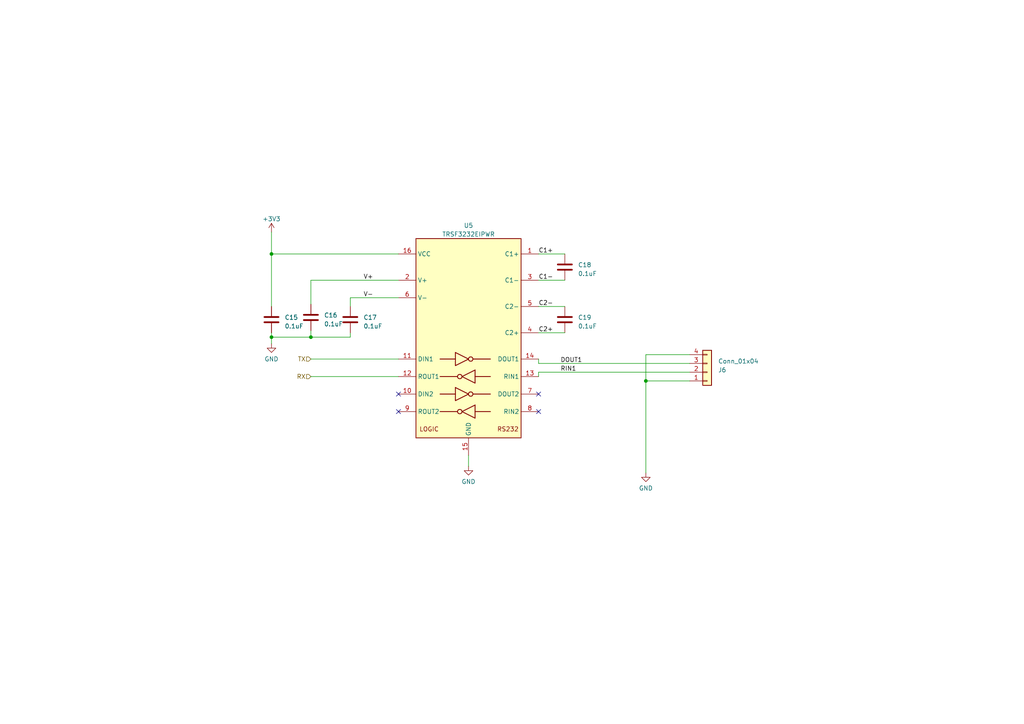
<source format=kicad_sch>
(kicad_sch (version 20230121) (generator eeschema)
  (paper "A4")
  (title_block (title "RS232 to UART") (date "2023-11-15") (comment 1 "Author Originel: Yassine Bakkali") (comment 2 "Revision faite par Pedro Conde"))
  (lib_symbols
    (symbol "0_interface_uart:TRSF3232EIPWR"
      (property "Reference" "U" (at 0 0 0))
      (property "Value" "TRSF3232EIPWR" (at 0 0 0))
      (symbol "TRSF3232EIPWR_0_0"
        (text "LOGIC" (at -11.43 -27.94 0) (effects (font (size 1.27 1.27))))
        (text "RS232" (at 11.43 -27.94 0) (effects (font (size 1.27 1.27))))
      )
      (symbol "TRSF3232EIPWR_0_1"
        (rectangle (start -15.24 27.305) (end 15.24 -30.48) (stroke (width 0.254)) (fill (type background)))
        (circle (center -2.54 -22.86) (radius 0.635) (stroke (width 0.254)))
        (circle (center -2.54 -12.7) (radius 0.635) (stroke (width 0.254)))
        (polyline (pts (xy -3.81 -17.78) (xy -8.255 -17.78)) (stroke (width 0.254)))
        (polyline (pts (xy -3.81 -7.62) (xy -8.255 -7.62)) (stroke (width 0.254)))
        (polyline (pts (xy -3.175 -22.86) (xy -8.255 -22.86)) (stroke (width 0.254)))
        (polyline (pts (xy -3.175 -12.7) (xy -8.255 -12.7)) (stroke (width 0.254)))
        (polyline (pts (xy 1.27 -17.78) (xy 6.35 -17.78)) (stroke (width 0.254)))
        (polyline (pts (xy 1.27 -7.62) (xy 6.35 -7.62)) (stroke (width 0.254)))
        (polyline (pts (xy 1.905 -22.86) (xy 6.35 -22.86)) (stroke (width 0.254)))
        (polyline (pts (xy 1.905 -12.7) (xy 6.35 -12.7)) (stroke (width 0.254)))
        (polyline (pts (xy -3.81 -15.875) (xy -3.81 -19.685) (xy 0 -17.78) (xy -3.81 -15.875)) (stroke (width 0.254)))
        (polyline (pts (xy -3.81 -5.715) (xy -3.81 -9.525) (xy 0 -7.62) (xy -3.81 -5.715)) (stroke (width 0.254)))
        (polyline (pts (xy 1.905 -20.955) (xy 1.905 -24.765) (xy -1.905 -22.86) (xy 1.905 -20.955)) (stroke (width 0.254)))
        (polyline (pts (xy 1.905 -10.795) (xy 1.905 -14.605) (xy -1.905 -12.7) (xy 1.905 -10.795)) (stroke (width 0.254)))
        (circle (center 0.635 -17.78) (radius 0.635) (stroke (width 0.254)))
        (circle (center 0.635 -7.62) (radius 0.635) (stroke (width 0.254)))
      )
      (symbol "TRSF3232EIPWR_1_1"
        (pin passive line (at 20.32 22.86 180) (length 5.08) (name "C1+") (number "1"))
        (pin input line (at -20.32 -17.78 0) (length 5.08) (name "DIN2") (number "10"))
        (pin input line (at -20.32 -7.62 0) (length 5.08) (name "DIN1") (number "11"))
        (pin output line (at -20.32 -12.7 0) (length 5.08) (name "ROUT1") (number "12"))
        (pin input line (at 20.32 -12.7 180) (length 5.08) (name "RIN1") (number "13"))
        (pin output line (at 20.32 -7.62 180) (length 5.08) (name "DOUT1") (number "14"))
        (pin power_in line (at 0 -35.56 90) (length 5.08) (name "GND") (number "15"))
        (pin power_in line (at -20.32 22.86 0) (length 5.08) (name "VCC") (number "16"))
        (pin power_out line (at -20.32 15.24 0) (length 5.08) (name "V+") (number "2"))
        (pin passive line (at 20.32 15.24 180) (length 5.08) (name "C1-") (number "3"))
        (pin passive line (at 20.32 0 180) (length 5.08) (name "C2+") (number "4"))
        (pin passive line (at 20.32 7.62 180) (length 5.08) (name "C2-") (number "5"))
        (pin power_out line (at -20.32 10.16 0) (length 5.08) (name "V-") (number "6"))
        (pin output line (at 20.32 -17.78 180) (length 5.08) (name "DOUT2") (number "7"))
        (pin input line (at 20.32 -22.86 180) (length 5.08) (name "RIN2") (number "8"))
        (pin output line (at -20.32 -22.86 0) (length 5.08) (name "ROUT2") (number "9"))
      )
    )
    (symbol "Connector_Generic:Conn_01x04" (pin_names (offset 1.016) hide)
      (property "Reference" "J" (at 0 5.08 0))
      (property "Value" "Conn_01x04" (at 0 -7.62 0))
      (symbol "Conn_01x04_1_1"
        (rectangle (start -1.27 -4.953) (end 0 -5.207) (stroke (width 0.1524)))
        (rectangle (start -1.27 -2.413) (end 0 -2.667) (stroke (width 0.1524)))
        (rectangle (start -1.27 0.127) (end 0 -0.127) (stroke (width 0.1524)))
        (rectangle (start -1.27 2.667) (end 0 2.413) (stroke (width 0.1524)))
        (rectangle (start -1.27 3.81) (end 1.27 -6.35) (stroke (width 0.254)) (fill (type background)))
        (pin passive line (at -5.08 2.54 0) (length 3.81) (name "Pin_1") (number "1"))
        (pin passive line (at -5.08 0 0) (length 3.81) (name "Pin_2") (number "2"))
        (pin passive line (at -5.08 -2.54 0) (length 3.81) (name "Pin_3") (number "3"))
        (pin passive line (at -5.08 -5.08 0) (length 3.81) (name "Pin_4") (number "4"))
      )
    )
    (symbol "Device:C" (pin_numbers hide) (pin_names (offset 0.254))
      (property "Reference" "C" (at 0.635 2.54 0))
      (property "Value" "C" (at 0.635 -2.54 0))
      (symbol "C_0_1"
        (polyline (pts (xy -2.032 -0.762) (xy 2.032 -0.762)) (stroke (width 0.508)))
        (polyline (pts (xy -2.032 0.762) (xy 2.032 0.762)) (stroke (width 0.508)))
      )
      (symbol "C_1_1"
        (pin passive line (at 0 3.81 270) (length 2.794) (name "~") (number "1"))
        (pin passive line (at 0 -3.81 90) (length 2.794) (name "~") (number "2"))
      )
    )
    (symbol "PCM_4ms_Power-symbol:+3.3V" (power) (pin_names (offset 0))
      (property "Value" "+3.3V" (at 0 3.556 0))
      (symbol "+3.3V_0_1"
        (polyline (pts (xy -0.762 1.27) (xy 0 2.54)))
        (polyline (pts (xy 0 0) (xy 0 2.54)))
        (polyline (pts (xy 0 2.54) (xy 0.762 1.27)))
      )
      (symbol "+3.3V_1_1"
        (pin power_in line (at 0 0 90) (length 0) hide (name "+3V3") (number "1"))
      )
    )
    (symbol "PCM_4ms_Power-symbol:GND" (power) (pin_names (offset 0))
      (property "Value" "GND" (at 0 -3.81 0))
      (symbol "GND_0_1"
        (polyline (pts (xy 0 0) (xy 0 -1.27) (xy 1.27 -1.27) (xy 0 -2.54) (xy -1.27 -1.27) (xy 0 -1.27)))
      )
      (symbol "GND_1_1"
        (pin power_in line (at 0 0 270) (length 0) hide (name "GND") (number "1"))
      )
    )
  )
  (junction (at 90.17 97.79))
  (junction (at 78.74 73.66))
  (junction (at 78.74 97.79))
  (junction (at 187.325 110.49))
  (no_connect (at 115.57 114.3))
  (no_connect (at 156.21 114.3))
  (no_connect (at 115.57 119.38))
  (no_connect (at 156.21 119.38))
  (wire (pts (xy 90.17 109.22) (xy 115.57 109.22)))
  (wire (pts (xy 90.17 95.885) (xy 90.17 97.79)))
  (wire (pts (xy 78.74 96.52) (xy 78.74 97.79)))
  (wire (pts (xy 101.6 97.79) (xy 101.6 96.52)))
  (wire (pts (xy 101.6 88.9) (xy 101.6 86.36)))
  (wire (pts (xy 187.325 102.87) (xy 187.325 110.49)))
  (wire (pts (xy 156.21 107.95) (xy 156.21 109.22)))
  (wire (pts (xy 200.025 107.95) (xy 156.21 107.95)))
  (wire (pts (xy 78.74 73.66) (xy 115.57 73.66)))
  (wire (pts (xy 156.21 105.41) (xy 200.025 105.41)))
  (wire (pts (xy 187.325 102.87) (xy 200.025 102.87)))
  (wire (pts (xy 187.325 110.49) (xy 200.025 110.49)))
  (wire (pts (xy 78.74 73.66) (xy 78.74 88.9)))
  (wire (pts (xy 187.325 110.49) (xy 187.325 137.16)))
  (wire (pts (xy 78.74 97.79) (xy 78.74 99.695)))
  (wire (pts (xy 78.74 67.31) (xy 78.74 73.66)))
  (wire (pts (xy 135.89 132.08) (xy 135.89 135.255)))
  (wire (pts (xy 156.21 88.9) (xy 163.83 88.9)))
  (wire (pts (xy 156.21 104.14) (xy 156.21 105.41)))
  (wire (pts (xy 156.21 96.52) (xy 163.83 96.52)))
  (wire (pts (xy 101.6 86.36) (xy 115.57 86.36)))
  (wire (pts (xy 90.17 104.14) (xy 115.57 104.14)))
  (wire (pts (xy 90.17 88.265) (xy 90.17 81.28)))
  (wire (pts (xy 156.21 81.28) (xy 163.83 81.28)))
  (wire (pts (xy 90.17 97.79) (xy 101.6 97.79)))
  (wire (pts (xy 156.21 73.66) (xy 163.83 73.66)))
  (wire (pts (xy 90.17 81.28) (xy 115.57 81.28)))
  (wire (pts (xy 78.74 97.79) (xy 90.17 97.79)))
  (label "DOUT1" (at 162.56 105.41 0))
  (label "C1+" (at 156.21 73.66 0))
  (label "V+" (at 105.41 81.28 0))
  (label "C2-" (at 156.21 88.9 0))
  (label "V-" (at 105.41 86.36 0))
  (label "RIN1" (at 162.56 107.95 0))
  (label "C2+" (at 156.21 96.52 0))
  (label "C1-" (at 156.21 81.28 0))
  (hierarchical_label "RX" (shape input) (at 90.17 109.22 180))
  (hierarchical_label "TX" (shape input) (at 90.17 104.14 180))
  (symbol (lib_id "PCM_4ms_Power-symbol:GND") (at 135.89 135.255 0) (unit 1)
    (property "Reference" "#PWR029" (effects hide))
    (property "Value" "GND" (at 135.89 139.7 0))
    (instances (project "jetson_hat" (path "" (reference "#PWR029") (unit 1))) (project "HatV2" (path "" (reference "#PWR033") (unit 1))))
  )
  (symbol (lib_id "Device:C") (at 78.74 92.71 0) (unit 1)
    (property "Reference" "C15" (at 82.55 92.075 0) (effects (justify left)))
    (property "Value" "0.1uF" (at 82.55 94.615 0) (effects (justify left)))
    (property "Footprint" "Capacitor_SMD:C_0603_1608Metric_Pad1.08x0.95mm_HandSolder" (effects hide))
    (instances (project "jetson_hat" (path "" (reference "C15") (unit 1))) (project "HatV2" (path "" (reference "C14") (unit 1))))
  )
  (symbol (lib_id "PCM_4ms_Power-symbol:GND") (at 78.74 99.695 0) (unit 1)
    (property "Reference" "#PWR027" (effects hide))
    (property "Value" "GND" (at 78.74 104.14 0))
    (instances (project "jetson_hat" (path "" (reference "#PWR027") (unit 1))) (project "HatV2" (path "" (reference "#PWR032") (unit 1))))
  )
  (symbol (lib_id "Connector_Generic:Conn_01x04") (at 205.105 107.95 0) (mirror x) (unit 1)
    (property "Reference" "J6" (at 208.28 107.315 0) (effects (justify left)))
    (property "Value" "Conn_01x04" (at 208.28 104.775 0) (effects (justify left)))
    (property "Footprint" "Connector_JST:JST_GH_BM04B-GHS-TBT_1x04-1MP_P1.25mm_Vertical" (effects hide))
    (instances (project "jetson_hat" (path "" (reference "J6") (unit 1))) (project "HatV2" (path "" (reference "J7") (unit 1))))
  )
  (symbol (lib_id "PCM_4ms_Power-symbol:GND") (at 187.325 137.16 0) (unit 1)
    (property "Reference" "#PWR030" (effects hide))
    (property "Value" "GND" (at 187.325 141.605 0))
    (instances (project "jetson_hat" (path "" (reference "#PWR030") (unit 1))) (project "HatV2" (path "" (reference "#PWR034") (unit 1))))
  )
  (symbol (lib_id "0_interface_uart:TRSF3232EIPWR") (at 135.89 96.52 0) (unit 1)
    (property "Reference" "U5" (at 135.89 65.405 0))
    (property "Value" "TRSF3232EIPWR" (at 135.89 67.945 0))
    (property "Footprint" "Package_SO:TSSOP-16_4.4x5mm_P0.65mm" (effects hide))
    (property "Datasheet" "https://www.ti.com/general/docs/suppproductinfo.tsp?distId=10&gotoUrl=http%3A%2F%2Fwww.ti.com%2Flit%2Fgpn%2Ftrsf3232e" (effects hide))
    (instances (project "jetson_hat" (path "" (reference "U5") (unit 1))) (project "HatV2" (path "" (reference "U6") (unit 1))))
  )
  (symbol (lib_id "Device:C") (at 90.17 92.075 0) (unit 1)
    (property "Reference" "C16" (at 93.98 91.44 0) (effects (justify left)))
    (property "Value" "0.1uF" (at 93.98 93.98 0) (effects (justify left)))
    (property "Footprint" "Capacitor_SMD:C_0603_1608Metric_Pad1.08x0.95mm_HandSolder" (effects hide))
    (instances (project "jetson_hat" (path "" (reference "C16") (unit 1))) (project "HatV2" (path "" (reference "C15") (unit 1))))
  )
  (symbol (lib_id "PCM_4ms_Power-symbol:+3.3V") (at 78.74 67.31 0) (unit 1)
    (property "Reference" "#PWR028" (effects hide))
    (property "Value" "+3V3" (at 78.74 63.5 0))
    (instances (project "jetson_hat" (path "" (reference "#PWR028") (unit 1))) (project "HatV2" (path "" (reference "#PWR031") (unit 1))))
  )
  (symbol (lib_id "Device:C") (at 163.83 77.47 0) (unit 1)
    (property "Reference" "C18" (at 167.64 76.835 0) (effects (justify left)))
    (property "Value" "0.1uF" (at 167.64 79.375 0) (effects (justify left)))
    (property "Footprint" "Capacitor_SMD:C_0603_1608Metric_Pad1.08x0.95mm_HandSolder" (effects hide))
    (instances (project "jetson_hat" (path "" (reference "C18") (unit 1))) (project "HatV2" (path "" (reference "C17") (unit 1))))
  )
  (symbol (lib_id "Device:C") (at 101.6 92.71 0) (unit 1)
    (property "Reference" "C17" (at 105.41 92.075 0) (effects (justify left)))
    (property "Value" "0.1uF" (at 105.41 94.615 0) (effects (justify left)))
    (property "Footprint" "Capacitor_SMD:C_0603_1608Metric_Pad1.08x0.95mm_HandSolder" (effects hide))
    (instances (project "jetson_hat" (path "" (reference "C17") (unit 1))) (project "HatV2" (path "" (reference "C16") (unit 1))))
  )
  (symbol (lib_id "Device:C") (at 163.83 92.71 0) (unit 1)
    (property "Reference" "C19" (at 167.64 92.075 0) (effects (justify left)))
    (property "Value" "0.1uF" (at 167.64 94.615 0) (effects (justify left)))
    (property "Footprint" "Capacitor_SMD:C_0603_1608Metric_Pad1.08x0.95mm_HandSolder" (effects hide))
    (instances (project "jetson_hat" (path "" (reference "C19") (unit 1))) (project "HatV2" (path "" (reference "C18") (unit 1))))
  )
)
</source>
